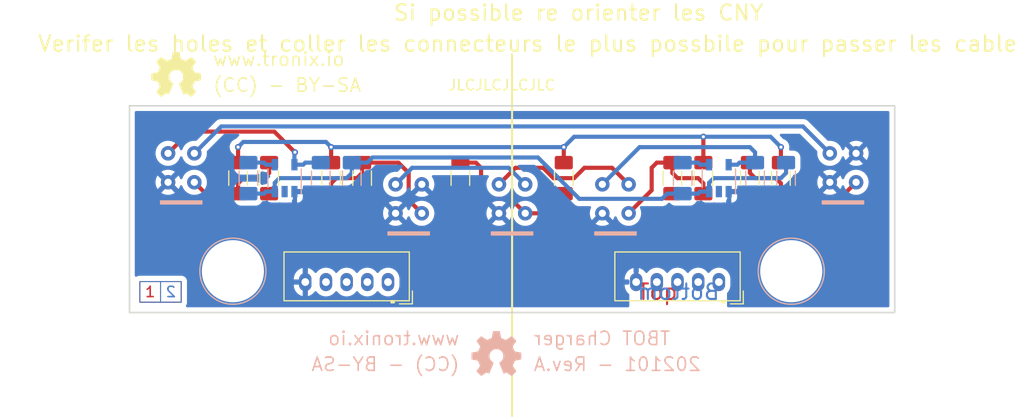
<source format=kicad_pcb>
(kicad_pcb (version 20210126) (generator pcbnew)
  (layers (0 "F.Cu" signal) (31 "B.Cu" signal) (34 "B.Paste" user) (35 "F.Paste" user) (36 "B.SilkS" user "B.Silkscreen") (37 "F.SilkS" user "F.Silkscreen") (38 "B.Mask" user) (39 "F.Mask" user) (44 "Edge.Cuts" user))
  (net 0 "")
  (net 1 "GND")
  (net 2 "Net-(C1-Pad2)")
  (net 3 "+5V")
  (net 4 "Net-(C2-Pad2)")
  (net 5 "VIN")
  (net 6 "LED 1")
  (net 7 "Net-(C5-Pad2)")
  (net 8 "Net-(C6-Pad2)")
  (net 9 "Net-(C7-Pad2)")
  (net 10 "LED 2")
  (net 11 "Net-(IC1-Pad4)")
  (net 12 "Net-(IC3-Pad1)")
  (net 13 "IR ENABLE")
  (net 14 "Net-(IC5-Pad1)")
  (net 15 "Net-(IC6-Pad4)")
  (net 16 "IR 5")
  (net 17 "IR 4")
  (net 18 "IR 3")
  (net 19 "IR 2")
  (net 20 "IR 1")
  (net 21 "Net-(IC2-Pad1)")
  (footprint "tronixALL:CAPACITOR-1206" (layer "F.Cu") (at 119.5 87 -90)
    (fp_text reference "C7" hide)
    (fp_text value "10n")
    (fp_line (start -0.7 -0.9) (end 0.7 -0.9) (layer "F.SilkS") (width 0.12))
    (fp_line (start -0.7 0.9) (end 0.7 0.9) (layer "F.SilkS") (width 0.12))
    (pad "1" smd roundrect (at -1.5 0 270) (size 1.3 1.75) (layers "F.Cu" "F.Paste" "F.Mask") (roundrect_rratio 0.154) (net 3 "+5V"))
    (pad "2" smd roundrect (at 1.5 0 270) (size 1.3 1.75) (layers "F.Cu" "F.Paste" "F.Mask") (roundrect_rratio 0.154) (net 9 "Net-(C7-Pad2)"))
  )
  (footprint "tronixALL:CAPACITOR-1206" (layer "F.Cu") (at 163 87 -90)
    (fp_text reference "C5" hide)
    (fp_text value "10n")
    (fp_line (start -0.7 -0.9) (end 0.7 -0.9) (layer "F.SilkS") (width 0.12))
    (fp_line (start -0.7 0.9) (end 0.7 0.9) (layer "F.SilkS") (width 0.12))
    (pad "1" smd roundrect (at -1.5 0 270) (size 1.3 1.75) (layers "F.Cu" "F.Paste" "F.Mask") (roundrect_rratio 0.154) (net 3 "+5V"))
    (pad "2" smd roundrect (at 1.5 0 270) (size 1.3 1.75) (layers "F.Cu" "F.Paste" "F.Mask") (roundrect_rratio 0.154) (net 7 "Net-(C5-Pad2)"))
  )
  (footprint "tronixALL:CAPACITOR-1206" (layer "F.Cu") (at 110.5 87 -90)
    (fp_text reference "C2" hide)
    (fp_text value "10n")
    (fp_line (start -0.7 0.9) (end 0.7 0.9) (layer "F.SilkS") (width 0.12))
    (fp_line (start -0.7 -0.9) (end 0.7 -0.9) (layer "F.SilkS") (width 0.12))
    (pad "1" smd roundrect (at -1.5 0 270) (size 1.3 1.75) (layers "F.Cu" "F.Paste" "F.Mask") (roundrect_rratio 0.154) (net 3 "+5V"))
    (pad "2" smd roundrect (at 1.5 0 270) (size 1.3 1.75) (layers "F.Cu" "F.Paste" "F.Mask") (roundrect_rratio 0.154) (net 4 "Net-(C2-Pad2)"))
  )
  (footprint "tronixALL:OSHW-5MM" (layer "F.Cu") (at 104.5 77)
    (fp_text reference "G***" hide)
    (fp_text value "LOGO" hide)
    (fp_poly (pts (xy 0.112503 -2.205305) (xy 0.188585 -2.204991) (xy 0.245175 -2.204139) (xy 0.285349 -2.202485) (xy 0.312183 -2.19976) (xy 0.328754 -2.195697) (xy 0.338137 -2.190029) (xy 0.343407 -2.182489) (xy 0.346067 -2.176502) (xy 0.351819 -2.155872) (xy 0.361219 -2.114019) (xy 0.373445 -2.054971) (xy 0.387673 -1.982754) (xy 0.403082 -1.901397) (xy 0.410766 -1.859685) (xy 0.426304 -1.776128) (xy 0.440921 -1.700487) (xy 0.453831 -1.636607) (xy 0.464245 -1.58833) (xy 0.471376 -1.559501) (xy 0.473495 -1.553524) (xy 0.487624 -1.543829) (xy 0.520987 -1.52669) (xy 0.568967 -1.504087) (xy 0.626948 -1.477998) (xy 0.690314 -1.450405) (xy 0.754449 -1.423285) (xy 0.814737 -1.398618) (xy 0.866561 -1.378383) (xy 0.905305 -1.36456) (xy 0.926354 -1.359128) (xy 0.92691 -1.359112) (xy 0.941518 -1.366107) (xy 0.97411 -1.385773) (xy 1.021624 -1.416127) (xy 1.080997 -1.455189) (xy 1.149167 -1.500978) (xy 1.204337 -1.538617) (xy 1.276991 -1.58813) (xy 1.343025 -1.632413) (xy 1.399403 -1.669487) (xy 1.443088 -1.697374) (xy 1.471043 -1.714097) (xy 1.47988 -1.718122) (xy 1.493641 -1.709282) (xy 1.521915 -1.684807) (xy 1.561669 -1.647768) (xy 1.609873 -1.601234) (xy 1.663495 -1.548276) (xy 1.719505 -1.491962) (xy 1.774871 -1.435363) (xy 1.826562 -1.381549) (xy 1.871548 -1.33359) (xy 1.906797 -1.294555) (xy 1.929278 -1.267514) (xy 1.936093 -1.256075) (xy 1.930212 -1.239792) (xy 1.912193 -1.207543) (xy 1.881475 -1.158462) (xy 1.837495 -1.091686) (xy 1.779689 -1.00635) (xy 1.707495 -0.901591) (xy 1.671879 -0.850344) (xy 1.638824 -0.80126) (xy 1.612148 -0.758563) (xy 1.594893 -0.727324) (xy 1.589904 -0.713655) (xy 1.594754 -0.697334) (xy 1.608013 -0.662128) (xy 1.62775 -0.612617) (xy 1.652031 -0.55338) (xy 1.678922 -0.488996) (xy 1.706491 -0.424047) (xy 1.732803 -0.363111) (xy 1.755927 -0.310768) (xy 1.773928 -0.271598) (xy 1.784874 -0.25018) (xy 1.786526 -0.247868) (xy 1.800495 -0.243726) (xy 1.836105 -0.235699) (xy 1.889773 -0.224522) (xy 1.957915 -0.210929) (xy 2.036948 -0.195656) (xy 2.090365 -0.185568) (xy 2.175183 -0.169544) (xy 2.252099 -0.15474) (xy 2.317349 -0.141901) (xy 2.367173 -0.131773) (xy 2.397809 -0.125104) (xy 2.405431 -0.123066) (xy 2.411063 -0.116814) (xy 2.415426 -0.101095) (xy 2.418668 -0.073197) (xy 2.420933 -0.030409) (xy 2.422366 0.02998) (xy 2.423114 0.110684) (xy 2.423321 0.210293) (xy 2.423202 0.310587) (xy 2.422711 0.388201) (xy 2.421649 0.446096) (xy 2.419816 0.487237) (xy 2.417013 0.514584) (xy 2.41304 0.531101) (xy 2.407697 0.53975) (xy 2.400883 0.543466) (xy 2.378661 0.548625) (xy 2.338314 0.556746) (xy 2.286985 0.566415) (xy 2.263049 0.570744) (xy 2.127407 0.595376) (xy 2.016332 0.616479) (xy 1.929018 0.634225) (xy 1.864656 0.64879) (xy 1.82244 0.660347) (xy 1.801562 0.66907) (xy 1.79987 0.670496) (xy 1.791465 0.686078) (xy 1.775685 0.720992) (xy 1.754362 0.770707) (xy 1.729327 0.830694) (xy 1.702414 0.896422) (xy 1.675454 0.96336) (xy 1.650281 1.026979) (xy 1.628726 1.082748) (xy 1.612622 1.126137) (xy 1.603801 1.152615) (xy 1.602692 1.157988) (xy 1.610028 1.172767) (xy 1.63143 1.207108) (xy 1.666036 1.259722) (xy 1.712983 1.329322) (xy 1.771408 1.414621) (xy 1.840447 1.51433) (xy 1.867654 1.553391) (xy 1.897811 1.599113) (xy 1.921185 1.639288) (xy 1.934376 1.667841) (xy 1.936093 1.675677) (xy 1.927103 1.692014) (xy 1.901418 1.723855) (xy 1.860965 1.769075) (xy 1.807672 1.82555) (xy 1.743466 1.891154) (xy 1.71296 1.921664) (xy 1.643302 1.990709) (xy 1.589314 2.043494) (xy 1.548612 2.081971) (xy 1.518813 2.108091) (xy 1.497532 2.123805) (xy 1.482386 2.131066) (xy 1.470991 2.131825) (xy 1.460964 2.128033) (xy 1.460917 2.128008) (xy 1.441892 2.116253) (xy 1.405419 2.09234) (xy 1.355138 2.058707) (xy 1.294686 2.017792) (xy 1.227702 1.972033) (xy 1.210483 1.960205) (xy 1.143557 1.914694) (xy 1.083189 1.874607) (xy 1.032748 1.842104) (xy 0.995605 1.819344) (xy 0.975129 1.808488) (xy 0.972784 1.807875) (xy 0.955044 1.813477) (xy 0.920428 1.82855) (xy 0.874685 1.850498) (xy 0.843591 1.866246) (xy 0.794692 1.890329) (xy 0.754091 1.908142) (xy 0.727189 1.917434) (xy 0.719661 1.917874) (xy 0.71184 1.904564) (xy 0.695873 1.87093) (xy 0.673276 1.820398) (xy 0.645566 1.756397) (xy 0.614262 1.682354) (xy 0.595951 1.638326) (xy 0.555205 1.539832) (xy 0.509885 1.430374) (xy 0.463588 1.318629) (xy 0.419909 1.213275) (xy 0.382617 1.123407) (xy 0.352192 1.049365) (xy 0.325466 0.982847) (xy 0.303922 0.927668) (xy 0.289044 0.887646) (xy 0.282318 0.866596) (xy 0.28208 0.86489) (xy 0.291868 0.850064) (xy 0.317767 0.825757) (xy 0.354572 0.796754) (xy 0.362216 0.791216) (xy 0.47362 0.699405) (xy 0.560778 0.600114) (xy 0.624272 0.492284) (xy 0.664684 0.374854) (xy 0.682594 0.246763) (xy 0.683668 0.205149) (xy 0.672966 0.079705) (xy 0.639876 -0.035509) (xy 0.583362 -0.143051) (xy 0.502387 -0.245478) (xy 0.500128 -0.247901) (xy 0.404266 -0.332655) (xy 0.297367 -0.395917) (xy 0.182586 -0.437559) (xy 0.063074 -0.45745) (xy -0.058015 -0.455461) (xy -0.177529 -0.431461) (xy -0.292317 -0.38532) (xy -0.399224 -0.316909) (xy -0.435557 -0.286461) (xy -0.524789 -0.19034) (xy -0.590858 -0.083248) (xy -0.63358 0.034398) (xy -0.65277 0.162186) (xy -0.653912 0.203806) (xy -0.64477 0.331905) (xy -0.616397 0.446756) (xy -0.567372 0.551025) (xy -0.496276 0.647379) (xy -0.401689 0.738486) (xy -0.345898 0.782346) (xy -0.305473 0.814275) (xy -0.274554 0.84243) (xy -0.257973 0.862253) (xy -0.256436 0.866724) (xy -0.261189 0.882472) (xy -0.274692 0.919019) (xy -0.295811 0.973504) (xy -0.323413 1.043065) (xy -0.356365 1.124837) (xy -0.393532 1.21596) (xy -0.424781 1.291835) (xy -0.466473 1.392714) (xy -0.506757 1.490316) (xy -0.54414 1.581016) (xy -0.57713 1.661187) (xy -0.604234 1.727202) (xy -0.623959 1.775436) (xy -0.631922 1.795053) (xy -0.656173 1.85428) (xy -0.675445 1.89208) (xy -0.695005 1.910535) (xy -0.720119 1.911726) (xy -0.756055 1.897735) (xy -0.80808 1.870643) (xy -0.814523 1.867212) (xy -0.863833 1.841835) (xy -0.905672 1.821875) (xy -0.934272 1.810004) (xy -0.942679 1.807875) (xy -0.957624 1.814831) (xy -0.990452 1.834339) (xy -1.037961 1.864353) (xy -1.096948 1.902829) (xy -1.164211 1.947723) (xy -1.20379 1.974558) (xy -1.273782 2.022017) (xy -1.336742 2.064219) (xy -1.389581 2.099132) (xy -1.429212 2.124728) (xy -1.452547 2.138976) (xy -1.457362 2.141242) (xy -1.468597 2.132572) (xy -1.495354 2.108206) (xy -1.53505 2.070611) (xy -1.585104 2.022252) (xy -1.642932 1.965596) (xy -1.688443 1.920545) (xy -1.754363 1.854061) (xy -1.811428 1.794627) (xy -1.857492 1.744605) (xy -1.890411 1.706358) (xy -1.908038 1.682247) (xy -1.910449 1.676115) (xy -1.903342 1.656709) (xy -1.88402 1.621725) (xy -1.855484 1.576225) (xy -1.822794 1.528185) (xy -1.761853 1.44109) (xy -1.706889 1.361082) (xy -1.659529 1.29063) (xy -1.621397 1.232204) (xy -1.594118 1.188276) (xy -1.579316 1.161316) (xy -1.577082 1.154608) (xy -1.581837 1.136716) (xy -1.594857 1.099854) (xy -1.614275 1.048609) (xy -1.638222 0.987568) (xy -1.664831 0.921316) (xy -1.692235 0.854442) (xy -1.718566 0.791531) (xy -1.741957 0.737171) (xy -1.76054 0.695948) (xy -1.772447 0.672449) (xy -1.774702 0.66925) (xy -1.791569 0.66222) (xy -1.829891 0.651729) (xy -1.885847 0.638647) (xy -1.955617 0.623842) (xy -2.035381 0.608183) (xy -2.07828 0.60022) (xy -2.161621 0.584627) (xy -2.236906 0.569745) (xy -2.300315 0.556391) (xy -2.348033 0.545387) (xy -2.37624 0.537551) (xy -2.381867 0.535051) (xy -2.387099 0.524908) (xy -2.390991 0.502231) (xy -2.393638 0.46456) (xy -2.395134 0.409435) (xy -2.395573 0.334397) (xy -2.39505 0.236985) (xy -2.394689 0.200194) (xy -2.391267 -0.121807) (xy -2.282282 -0.143659) (xy -2.229898 -0.153965) (xy -2.160108 -0.167419) (xy -2.080727 -0.182526) (xy -1.999569 -0.197795) (xy -1.970053 -0.203298) (xy -1.900658 -0.216734) (xy -1.840162 -0.229455) (xy -1.793065 -0.240437) (xy -1.763866 -0.248652) (xy -1.756665 -0.251967) (xy -1.746988 -0.268752) (xy -1.729936 -0.304533) (xy -1.707477 -0.354612) (xy -1.681582 -0.414291) (xy -1.654218 -0.478872) (xy -1.627353 -0.543658) (xy -1.602957 -0.60395) (xy -1.582998 -0.65505) (xy -1.569445 -0.692261) (xy -1.564266 -0.710885) (xy -1.564261 -0.711124) (xy -1.571273 -0.727773) (xy -1.590937 -0.762151) (xy -1.621195 -0.810982) (xy -1.659988 -0.870991) (xy -1.705259 -0.938901) (xy -1.732615 -0.979077) (xy -1.780965 -1.050145) (xy -1.82446 -1.115201) (xy -1.860949 -1.170937) (xy -1.888284 -1.214046) (xy -1.904314 -1.24122) (xy -1.907531 -1.248169) (xy -1.904717 -1.261112) (xy -1.890381 -1.283286) (xy -1.863069 -1.316351) (xy -1.821325 -1.361969) (xy -1.763692 -1.421801) (xy -1.691232 -1.494988) (xy -1.628982 -1.55669) (xy -1.572135 -1.611849) (xy -1.523344 -1.657988) (xy -1.485263 -1.692627) (xy -1.460542 -1.713289) (xy -1.452414 -1.718122) (xy -1.437782 -1.711105) (xy -1.405251 -1.6914) (xy -1.357928 -1.661025) (xy -1.298923 -1.621998) (xy -1.231343 -1.576338) (xy -1.183018 -1.543181) (xy -1.111112 -1.493886) (xy -1.04544 -1.44951) (xy -0.989183 -1.41215) (xy -0.945519 -1.383901) (xy -0.917627 -1.36686) (xy -0.90944 -1.362781) (xy -0.891885 -1.365776) (xy -0.855505 -1.377082) (xy -0.805012 -1.394838) (xy -0.745121 -1.417183) (xy -0.680546 -1.442257) (xy -0.616001 -1.468199) (xy -0.5562 -1.493147) (xy -0.505857 -1.515243) (xy -0.469686 -1.532623) (xy -0.45278 -1.543038) (xy -0.446293 -1.559308) (xy -0.436108 -1.597206) (xy -0.423041 -1.653118) (xy -0.407909 -1.723429) (xy -0.391528 -1.804525) (xy -0.378917 -1.870225) (xy -0.362481 -1.956759) (xy -0.347254 -2.035011) (xy -0.333961 -2.101421) (xy -0.323321 -2.152432) (xy -0.316058 -2.184486) (xy -0.31324 -2.193976) (xy -0.299005 -2.197095) (xy -0.262664 -2.199887) (xy -0.207755 -2.20223) (xy -0.137813 -2.204) (xy -0.056376 -2.205075) (xy 0.013853 -2.205351)) (layer "F.SilkS") (width 0) (fill solid))
  )
  (footprint "tronixALL:RESISTOR-1206" (layer "F.Cu") (at 132 87 -90)
    (fp_text reference "R5" hide)
    (fp_text value "220R")
    (fp_line (start -0.7 0.9) (end 0.7 0.9) (layer "F.SilkS") (width 0.12))
    (fp_line (start -0.7 -0.9) (end 0.7 -0.9) (layer "F.SilkS") (width 0.12))
    (pad "1" smd roundrect (at -1.5 0 270) (size 1.3 1.75) (layers "F.Cu" "F.Paste" "F.Mask") (roundrect_rratio 0.154) (net 8 "Net-(C6-Pad2)"))
    (pad "2" smd roundrect (at 1.5 0 270) (size 1.3 1.75) (layers "F.Cu" "F.Paste" "F.Mask") (roundrect_rratio 0.154) (net 17 "IR 4"))
  )
  (footprint "tronixALL:JST-PH-B5B-K" (layer "F.Cu") (at 157 97.05 180)
    (fp_text reference "K1" hide)
    (fp_text value "JST-PH-B5B-K")
    (fp_line (start -2.36 -2.11) (end -2.36 -0.86) (layer "F.SilkS") (width 0.12))
    (fp_line (start -1.11 -2.11) (end -2.36 -2.11) (layer "F.SilkS") (width 0.12))
    (fp_rect (start -0.6 -1.81) (end -0.3 -2.01) (layer "F.SilkS") (width 0.12) (fill solid))
    (fp_rect (start -2.06 2.91) (end 10.06 -1.81) (layer "F.SilkS") (width 0.12) (fill none))
    (pad "1" thru_hole oval (at 0 0 180) (size 1.2 1.75) (drill 0.75) (layers *.Cu *.Mask) (net 3 "+5V"))
    (pad "2" thru_hole oval (at 2 0 180) (size 1.2 1.75) (drill 0.75) (layers *.Cu *.Mask) (net 18 "IR 3"))
    (pad "3" thru_hole oval (at 4 0 180) (size 1.2 1.75) (drill 0.75) (layers *.Cu *.Mask) (net 17 "IR 4"))
    (pad "4" thru_hole oval (at 6 0 180) (size 1.2 1.75) (drill 0.75) (layers *.Cu *.Mask) (net 16 "IR 5"))
    (pad "5" thru_hole oval (at 8 0 180) (size 1.2 1.75) (drill 0.75) (layers *.Cu *.Mask) (net 1 "GND"))
  )
  (footprint "tronixALL:CAPACITOR-1206" (layer "F.Cu") (at 142 87 -90)
    (fp_text reference "C6" hide)
    (fp_text value "10n")
    (fp_line (start -0.7 -0.9) (end 0.7 -0.9) (layer "F.SilkS") (width 0.12))
    (fp_line (start -0.7 0.9) (end 0.7 0.9) (layer "F.SilkS") (width 0.12))
    (pad "1" smd roundrect (at -1.5 0 270) (size 1.3 1.75) (layers "F.Cu" "F.Paste" "F.Mask") (roundrect_rratio 0.154) (net 3 "+5V"))
    (pad "2" smd roundrect (at 1.5 0 270) (size 1.3 1.75) (layers "F.Cu" "F.Paste" "F.Mask") (roundrect_rratio 0.154) (net 8 "Net-(C6-Pad2)"))
  )
  (footprint "tronixALL:RESISTOR-1206" (layer "F.Cu") (at 152.5 87 -90)
    (fp_text reference "R2" hide)
    (fp_text value "220R")
    (fp_line (start -0.7 0.9) (end 0.7 0.9) (layer "F.SilkS") (width 0.12))
    (fp_line (start -0.7 -0.9) (end 0.7 -0.9) (layer "F.SilkS") (width 0.12))
    (pad "1" smd roundrect (at -1.5 0 270) (size 1.3 1.75) (layers "F.Cu" "F.Paste" "F.Mask") (roundrect_rratio 0.154) (net 2 "Net-(C1-Pad2)"))
    (pad "2" smd roundrect (at 1.5 0 270) (size 1.3 1.75) (layers "F.Cu" "F.Paste" "F.Mask") (roundrect_rratio 0.154) (net 18 "IR 3"))
  )
  (footprint "tronixALL:RESISTOR-1206" (layer "F.Cu") (at 113.5 87 -90)
    (fp_text reference "R3" hide)
    (fp_text value "220R")
    (fp_line (start -0.7 0.9) (end 0.7 0.9) (layer "F.SilkS") (width 0.12))
    (fp_line (start -0.7 -0.9) (end 0.7 -0.9) (layer "F.SilkS") (width 0.12))
    (pad "1" smd roundrect (at -1.5 0 270) (size 1.3 1.75) (layers "F.Cu" "F.Paste" "F.Mask") (roundrect_rratio 0.154) (net 4 "Net-(C2-Pad2)"))
    (pad "2" smd roundrect (at 1.5 0 270) (size 1.3 1.75) (layers "F.Cu" "F.Paste" "F.Mask") (roundrect_rratio 0.154) (net 20 "IR 1"))
  )
  (footprint "tronixALL:CAPACITOR-1206" (layer "F.Cu") (at 155.5 87 -90)
    (fp_text reference "C1" hide)
    (fp_text value "10n")
    (fp_line (start -0.7 0.9) (end 0.7 0.9) (layer "F.SilkS") (width 0.12))
    (fp_line (start -0.7 -0.9) (end 0.7 -0.9) (layer "F.SilkS") (width 0.12))
    (pad "1" smd roundrect (at -1.5 0 270) (size 1.3 1.75) (layers "F.Cu" "F.Paste" "F.Mask") (roundrect_rratio 0.154) (net 3 "+5V"))
    (pad "2" smd roundrect (at 1.5 0 270) (size 1.3 1.75) (layers "F.Cu" "F.Paste" "F.Mask") (roundrect_rratio 0.154) (net 2 "Net-(C1-Pad2)"))
  )
  (footprint "tronixALL:RESISTOR-1206" (layer "F.Cu") (at 122.5 87 -90)
    (fp_text reference "R7" hide)
    (fp_text value "220R")
    (fp_line (start -0.7 -0.9) (end 0.7 -0.9) (layer "F.SilkS") (width 0.12))
    (fp_line (start -0.7 0.9) (end 0.7 0.9) (layer "F.SilkS") (width 0.12))
    (pad "1" smd roundrect (at -1.5 0 270) (size 1.3 1.75) (layers "F.Cu" "F.Paste" "F.Mask") (roundrect_rratio 0.154) (net 9 "Net-(C7-Pad2)"))
    (pad "2" smd roundrect (at 1.5 0 270) (size 1.3 1.75) (layers "F.Cu" "F.Paste" "F.Mask") (roundrect_rratio 0.154) (net 16 "IR 5"))
  )
  (footprint "tronixALL:JST-PH-B5B-K" (layer "F.Cu") (at 125 97.05 180)
    (fp_text reference "K2" hide)
    (fp_text value "JST-PH-B5B-K")
    (fp_line (start -1.11 -2.11) (end -2.36 -2.11) (layer "F.SilkS") (width 0.12))
    (fp_line (start -2.36 -2.11) (end -2.36 -0.86) (layer "F.SilkS") (width 0.12))
    (fp_rect (start -0.6 -1.81) (end -0.3 -2.01) (layer "F.SilkS") (width 0.12) (fill solid))
    (fp_rect (start -2.06 2.91) (end 10.06 -1.81) (layer "F.SilkS") (width 0.12) (fill none))
    (pad "1" thru_hole oval (at 0 0 180) (size 1.2 1.75) (drill 0.75) (layers *.Cu *.Mask) (net 5 "VIN"))
    (pad "2" thru_hole oval (at 2 0 180) (size 1.2 1.75) (drill 0.75) (layers *.Cu *.Mask) (net 13 "IR ENABLE"))
    (pad "3" thru_hole oval (at 4 0 180) (size 1.2 1.75) (drill 0.75) (layers *.Cu *.Mask) (net 19 "IR 2"))
    (pad "4" thru_hole oval (at 6 0 180) (size 1.2 1.75) (drill 0.75) (layers *.Cu *.Mask) (net 20 "IR 1"))
    (pad "5" thru_hole oval (at 8 0 180) (size 1.2 1.75) (drill 0.75) (layers *.Cu *.Mask) (net 1 "GND"))
  )
  (footprint "tronixALL:RESISTOR-1206" (layer "F.Cu") (at 160 87 -90)
    (fp_text reference "R4" hide)
    (fp_text value "220R")
    (fp_line (start -0.7 0.9) (end 0.7 0.9) (layer "F.SilkS") (width 0.12))
    (fp_line (start -0.7 -0.9) (end 0.7 -0.9) (layer "F.SilkS") (width 0.12))
    (pad "1" smd roundrect (at -1.5 0 270) (size 1.3 1.75) (layers "F.Cu" "F.Paste" "F.Mask") (roundrect_rratio 0.154) (net 7 "Net-(C5-Pad2)"))
    (pad "2" smd roundrect (at 1.5 0 270) (size 1.3 1.75) (layers "F.Cu" "F.Paste" "F.Mask") (roundrect_rratio 0.154) (net 19 "IR 2"))
  )
  (footprint "tronixALL:M3-MASK" (layer "B.Cu") (at 164 96 180)
    (fp_text reference "H2" hide)
    (fp_text value "MOUNTING-HOLE-MASK-3MM" hide)
    (fp_circle (center 0 0) (end 3.2 0) (layer "B.SilkS") (width 0.12) (fill none))
    (pad "" np_thru_hole circle (at 0 0 180) (size 3 3) (drill 3) (layers F&B.Cu *.Mask) (clearance 1.5))
  )
  (footprint "tronixALL:SOT-23-5" (layer "B.Cu") (at 115 87 90)
    (fp_text reference "IC1" hide)
    (fp_text value "TPS92612")
    (fp_line (start -0.9 -1.61) (end 0.9 -1.61) (layer "B.SilkS") (width 0.12))
    (fp_line (start 0.9 1.61) (end -1.55 1.61) (layer "B.SilkS") (width 0.12))
    (pad "1" smd rect (at -1.3 0.95 90) (size 1.1 0.6) (layers "B.Cu" "B.Paste" "B.Mask") (net 1 "GND"))
    (pad "2" smd rect (at -1.3 0 90) (size 1.1 0.6) (layers "B.Cu" "B.Paste" "B.Mask") (net 13 "IR ENABLE"))
    (pad "3" smd rect (at -1.3 -0.95 90) (size 1.1 0.6) (layers "B.Cu" "B.Paste" "B.Mask") (net 5 "VIN"))
    (pad "4" smd rect (at 1.3 -0.95 90) (size 1.1 0.6) (layers "B.Cu" "B.Paste" "B.Mask") (net 11 "Net-(IC1-Pad4)"))
    (pad "5" smd rect (at 1.3 0.95 90) (size 1.1 0.6) (layers "B.Cu" "B.Paste" "B.Mask") (net 6 "LED 1"))
  )
  (footprint "tronixALL:VISHAY-CNY70" (layer "B.Cu") (at 169 86 -90)
    (fp_text reference "IC4" hide)
    (fp_text value "CNY70")
    (fp_rect (start 3.2 -2) (end 3.5 2) (layer "B.SilkS") (width 0.12) (fill solid))
    (pad "1" thru_hole circle (at -1.4 -1.27 270) (size 1.4 1.4) (drill 0.7) (layers *.Cu *.Mask) (net 1 "GND"))
    (pad "2" thru_hole circle (at 1.4 -1.27 270) (size 1.4 1.4) (drill 0.7) (layers *.Cu *.Mask) (net 7 "Net-(C5-Pad2)"))
    (pad "3" thru_hole circle (at 1.4 1.27 270) (size 1.4 1.4) (drill 0.7) (layers *.Cu *.Mask) (net 1 "GND"))
    (pad "4" thru_hole circle (at -1.4 1.27 270) (size 1.4 1.4) (drill 0.7) (layers *.Cu *.Mask) (net 12 "Net-(IC3-Pad1)"))
  )
  (footprint "tronixALL:RESISTOR-1206" (layer "B.Cu") (at 111.5 87 -90)
    (fp_text reference "R1" hide)
    (fp_text value "2R7")
    (fp_line (start -0.7 -0.9) (end 0.7 -0.9) (layer "B.SilkS") (width 0.12))
    (fp_line (start -0.7 0.9) (end 0.7 0.9) (layer "B.SilkS") (width 0.12))
    (pad "1" smd roundrect (at -1.5 0 270) (size 1.3 1.75) (layers "B.Cu" "B.Paste" "B.Mask") (roundrect_rratio 0.154) (net 11 "Net-(IC1-Pad4)"))
    (pad "2" smd roundrect (at 1.5 0 270) (size 1.3 1.75) (layers "B.Cu" "B.Paste" "B.Mask") (roundrect_rratio 0.154) (net 5 "VIN"))
  )
  (footprint "tronixALL:CAPACITOR-1206" (layer "B.Cu") (at 160.5 87 -90)
    (fp_text reference "C9" hide)
    (fp_text value "100n")
    (fp_line (start -0.7 0.9) (end 0.7 0.9) (layer "B.SilkS") (width 0.12))
    (fp_line (start -0.7 -0.9) (end 0.7 -0.9) (layer "B.SilkS") (width 0.12))
    (pad "1" smd roundrect (at -1.5 0 270) (size 1.3 1.75) (layers "B.Cu" "B.Paste" "B.Mask") (roundrect_rratio 0.154) (net 10 "LED 2"))
    (pad "2" smd roundrect (at 1.5 0 270) (size 1.3 1.75) (layers "B.Cu" "B.Paste" "B.Mask") (roundrect_rratio 0.154) (net 1 "GND"))
  )
  (footprint "tronixALL:VISHAY-CNY70" (layer "B.Cu") (at 147 89 -90)
    (fp_text reference "IC2" hide)
    (fp_text value "CNY70")
    (fp_rect (start 3.2 -2) (end 3.5 2) (layer "B.SilkS") (width 0.12) (fill solid))
    (pad "1" thru_hole circle (at -1.4 -1.27 270) (size 1.4 1.4) (drill 0.7) (layers *.Cu *.Mask) (net 21 "Net-(IC2-Pad1)"))
    (pad "2" thru_hole circle (at 1.4 -1.27 270) (size 1.4 1.4) (drill 0.7) (layers *.Cu *.Mask) (net 2 "Net-(C1-Pad2)"))
    (pad "3" thru_hole circle (at 1.4 1.27 270) (size 1.4 1.4) (drill 0.7) (layers *.Cu *.Mask) (net 1 "GND"))
    (pad "4" thru_hole circle (at -1.4 1.27 270) (size 1.4 1.4) (drill 0.7) (layers *.Cu *.Mask) (net 10 "LED 2"))
  )
  (footprint "tronixALL:SOT-23-5" (layer "B.Cu") (at 157 87 90)
    (fp_text reference "IC6" hide)
    (fp_text value "TPS92612")
    (fp_line (start -0.9 -1.61) (end 0.9 -1.61) (layer "B.SilkS") (width 0.12))
    (fp_line (start 0.9 1.61) (end -1.55 1.61) (layer "B.SilkS") (width 0.12))
    (pad "1" smd rect (at -1.3 0.95 90) (size 1.1 0.6) (layers "B.Cu" "B.Paste" "B.Mask") (net 1 "GND"))
    (pad "2" smd rect (at -1.3 0 90) (size 1.1 0.6) (layers "B.Cu" "B.Paste" "B.Mask") (net 13 "IR ENABLE"))
    (pad "3" smd rect (at -1.3 -0.95 90) (size 1.1 0.6) (layers "B.Cu" "B.Paste" "B.Mask") (net 5 "VIN"))
    (pad "4" smd rect (at 1.3 -0.95 90) (size 1.1 0.6) (layers "B.Cu" "B.Paste" "B.Mask") (net 15 "Net-(IC6-Pad4)"))
    (pad "5" smd rect (at 1.3 0.95 90) (size 1.1 0.6) (layers "B.Cu" "B.Paste" "B.Mask") (net 10 "LED 2"))
  )
  (footprint "tronixALL:M3-MASK" (layer "B.Cu") (at 110 96 90)
    (fp_text reference "H1" hide)
    (fp_text value "MOUNTING-HOLE-MASK-3MM" hide)
    (fp_circle (center 0 0) (end 3.2 0) (layer "B.SilkS") (width 0.12) (fill none))
    (pad "" np_thru_hole circle (at 0 0 90) (size 3 3) (drill 3) (layers F&B.Cu *.Mask) (clearance 1.5))
  )
  (footprint "tronixALL:CAPACITOR-1206" (layer "B.Cu") (at 163.5 87 -90)
    (fp_text reference "C8" hide)
    (fp_text value "100n")
    (fp_line (start -0.7 -0.9) (end 0.7 -0.9) (layer "B.SilkS") (width 0.12))
    (fp_line (start -0.7 0.9) (end 0.7 0.9) (layer "B.SilkS") (width 0.12))
    (pad "1" smd roundrect (at -1.5 0 270) (size 1.3 1.75) (layers "B.Cu" "B.Paste" "B.Mask") (roundrect_rratio 0.154) (net 5 "VIN"))
    (pad "2" smd roundrect (at 1.5 0 270) (size 1.3 1.75) (layers "B.Cu" "B.Paste" "B.Mask") (roundrect_rratio 0.154) (net 1 "GND"))
  )
  (footprint "tronixALL:CAPACITOR-1206" (layer "B.Cu") (at 121.5 87 -90)
    (fp_text reference "C3" hide)
    (fp_text value "100n")
    (fp_line (start -0.7 0.9) (end 0.7 0.9) (layer "B.SilkS") (width 0.12))
    (fp_line (start -0.7 -0.9) (end 0.7 -0.9) (layer "B.SilkS") (width 0.12))
    (pad "1" smd roundrect (at -1.5 0 270) (size 1.3 1.75) (layers "B.Cu" "B.Paste" "B.Mask") (roundrect_rratio 0.154) (net 5 "VIN"))
    (pad "2" smd roundrect (at 1.5 0 270) (size 1.3 1.75) (layers "B.Cu" "B.Paste" "B.Mask") (roundrect_rratio 0.154) (net 1 "GND"))
  )
  (footprint "tronixALL:VISHAY-CNY70" (layer "B.Cu") (at 127 89 -90)
    (fp_text reference "IC7" hide)
    (fp_text value "CNY70")
    (fp_rect (start 3.2 -2) (end 3.5 2) (layer "B.SilkS") (width 0.12) (fill solid))
    (pad "1" thru_hole circle (at -1.4 -1.27 270) (size 1.4 1.4) (drill 0.7) (layers *.Cu *.Mask) (net 1 "GND"))
    (pad "2" thru_hole circle (at 1.4 -1.27 270) (size 1.4 1.4) (drill 0.7) (layers *.Cu *.Mask) (net 9 "Net-(C7-Pad2)"))
    (pad "3" thru_hole circle (at 1.4 1.27 270) (size 1.4 1.4) (drill 0.7) (layers *.Cu *.Mask) (net 1 "GND"))
    (pad "4" thru_hole circle (at -1.4 1.27 270) (size 1.4 1.4) (drill 0.7) (layers *.Cu *.Mask) (net 14 "Net-(IC5-Pad1)"))
  )
  (footprint "tronixALL:VISHAY-CNY70" (layer "B.Cu") (at 105 86 -90)
    (fp_text reference "IC3" hide)
    (fp_text value "CNY70")
    (fp_rect (start 3.2 -2) (end 3.5 2) (layer "B.SilkS") (width 0.12) (fill solid))
    (pad "1" thru_hole circle (at -1.4 -1.27 270) (size 1.4 1.4) (drill 0.7) (layers *.Cu *.Mask) (net 12 "Net-(IC3-Pad1)"))
    (pad "2" thru_hole circle (at 1.4 -1.27 270) (size 1.4 1.4) (drill 0.7) (layers *.Cu *.Mask) (net 4 "Net-(C2-Pad2)"))
    (pad "3" thru_hole circle (at 1.4 1.27 270) (size 1.4 1.4) (drill 0.7) (layers *.Cu *.Mask) (net 1 "GND"))
    (pad "4" thru_hole circle (at -1.4 1.27 270) (size 1.4 1.4) (drill 0.7) (layers *.Cu *.Mask) (net 6 "LED 1"))
  )
  (footprint "tronixALL:VISHAY-CNY70" (layer "B.Cu") (at 137 89 -90)
    (fp_text reference "IC5" hide)
    (fp_text value "CNY70")
    (fp_rect (start 3.2 -2) (end 3.5 2) (layer "B.SilkS") (width 0.12) (fill solid))
    (pad "1" thru_hole circle (at -1.4 -1.27 270) (size 1.4 1.4) (drill 0.7) (layers *.Cu *.Mask) (net 14 "Net-(IC5-Pad1)"))
    (pad "2" thru_hole circle (at 1.4 -1.27 270) (size 1.4 1.4) (drill 0.7) (layers *.Cu *.Mask) (net 8 "Net-(C6-Pad2)"))
    (pad "3" thru_hole circle (at 1.4 1.27 270) (size 1.4 1.4) (drill 0.7) (layers *.Cu *.Mask) (net 1 "GND"))
    (pad "4" thru_hole circle (at -1.4 1.27 270) (size 1.4 1.4) (drill 0.7) (layers *.Cu *.Mask) (net 21 "Net-(IC2-Pad1)"))
  )
  (footprint "tronixALL:CAPACITOR-1206" (layer "B.Cu") (at 118.5 87 -90)
    (fp_text reference "C4" hide)
    (fp_text value "100n")
    (fp_line (start -0.7 0.9) (end 0.7 0.9) (layer "B.SilkS") (width 0.12))
    (fp_line (start -0.7 -0.9) (end 0.7 -0.9) (layer "B.SilkS") (width 0.12))
    (pad "1" smd roundrect (at -1.5 0 270) (size 1.3 1.75) (layers "B.Cu" "B.Paste" "B.Mask") (roundrect_rratio 0.154) (net 6 "LED 1"))
    (pad "2" smd roundrect (at 1.5 0 270) (size 1.3 1.75) (layers "B.Cu" "B.Paste" "B.Mask") (roundrect_rratio 0.154) (net 1 "GND"))
  )
  (footprint "tronixALL:OSHW-5MM" (layer "B.Cu") (at 135.5 104 180)
    (fp_text reference "G***" hide)
    (fp_text value "LOGO" hide)
    (fp_poly (pts (xy 0.112503 2.205305) (xy 0.188585 2.204991) (xy 0.245175 2.204139) (xy 0.285349 2.202485) (xy 0.312183 2.19976) (xy 0.328754 2.195697) (xy 0.338137 2.190029) (xy 0.343407 2.182489) (xy 0.346067 2.176502) (xy 0.351819 2.155872) (xy 0.361219 2.114019) (xy 0.373445 2.054971) (xy 0.387673 1.982754) (xy 0.403082 1.901397) (xy 0.410766 1.859685) (xy 0.426304 1.776128) (xy 0.440921 1.700487) (xy 0.453831 1.636607) (xy 0.464245 1.58833) (xy 0.471376 1.559501) (xy 0.473495 1.553524) (xy 0.487624 1.543829) (xy 0.520987 1.52669) (xy 0.568967 1.504087) (xy 0.626948 1.477998) (xy 0.690314 1.450405) (xy 0.754449 1.423285) (xy 0.814737 1.398618) (xy 0.866561 1.378383) (xy 0.905305 1.36456) (xy 0.926354 1.359128) (xy 0.92691 1.359112) (xy 0.941518 1.366107) (xy 0.97411 1.385773) (xy 1.021624 1.416127) (xy 1.080997 1.455189) (xy 1.149167 1.500978) (xy 1.204337 1.538617) (xy 1.276991 1.58813) (xy 1.343025 1.632413) (xy 1.399403 1.669487) (xy 1.443088 1.697374) (xy 1.471043 1.714097) (xy 1.47988 1.718122) (xy 1.493641 1.709282) (xy 1.521915 1.684807) (xy 1.561669 1.647768) (xy 1.609873 1.601234) (xy 1.663495 1.548276) (xy 1.719505 1.491962) (xy 1.774871 1.435363) (xy 1.826562 1.381549) (xy 1.871548 1.33359) (xy 1.906797 1.294555) (xy 1.929278 1.267514) (xy 1.936093 1.256075) (xy 1.930212 1.239792) (xy 1.912193 1.207543) (xy 1.881475 1.158462) (xy 1.837495 1.091686) (xy 1.779689 1.00635) (xy 1.707495 0.901591) (xy 1.671879 0.850344) (xy 1.638824 0.80126) (xy 1.612148 0.758563) (xy 1.594893 0.727324) (xy 1.589904 0.713655) (xy 1.594754 0.697334) (xy 1.608013 0.662128) (xy 1.62775 0.612617) (xy 1.652031 0.55338) (xy 1.678922 0.488996) (xy 1.706491 0.424047) (xy 1.732803 0.363111) (xy 1.755927 0.310768) (xy 1.773928 0.271598) (xy 1.784874 0.25018) (xy 1.786526 0.247868) (xy 1.800495 0.243726) (xy 1.836105 0.235699) (xy 1.889773 0.224522) (xy 1.957915 0.210929) (xy 2.036948 0.195656) (xy 2.090365 0.185568) (xy 2.175183 0.169544) (xy 2.252099 0.15474) (xy 2.317349 0.141901) (xy 2.367173 0.131773) (xy 2.397809 0.125104) (xy 2.405431 0.123066) (xy 2.411063 0.116814) (xy 2.415426 0.101095) (xy 2.418668 0.073197) (xy 2.420933 0.030409) (xy 2.422366 -0.02998) (xy 2.423114 -0.110684) (xy 2.423321 -0.210293) (xy 2.423202 -0.310587) (xy 2.422711 -0.388201) (xy 2.421649 -0.446096) (xy 2.419816 -0.487237) (xy 2.417013 -0.514584) (xy 2.41304 -0.531101) (xy 2.407697 -0.53975) (xy 2.400883 -0.543466) (xy 2.378661 -0.548625) (xy 2.338314 -0.556746) (xy 2.286985 -0.566415) (xy 2.263049 -0.570744) (xy 2.127407 -0.595376) (xy 2.016332 -0.616479) (xy 1.929018 -0.634225) (xy 1.864656 -0.64879) (xy 1.82244 -0.660347) (xy 1.801562 -0.66907) (xy 1.79987 -0.670496) (xy 1.791465 -0.686078) (xy 1.775685 -0.720992) (xy 1.754362 -0.770707) (xy 1.729327 -0.830694) (xy 1.702414 -0.896422) (xy 1.675454 -0.96336) (xy 1.650281 -1.026979) (xy 1.628726 -1.082748) (xy 1.612622 -1.126137) (xy 1.603801 -1.152615) (xy 1.602692 -1.157988) (xy 1.610028 -1.172767) (xy 1.63143 -1.207108) (xy 1.666036 -1.259722) (xy 1.712983 -1.329322) (xy 1.771408 -1.414621) (xy 1.840447 -1.51433) (xy 1.867654 -1.553391) (xy 1.897811 -1.599113) (xy 1.921185 -1.639288) (xy 1.934376 -1.667841) (xy 1.936093 -1.675677) (xy 1.927103 -1.692014) (xy 1.901418 -1.723855) (xy 1.860965 -1.769075) (xy 1.807672 -1.82555) (xy 1.743466 -1.891154) (xy 1.71296 -1.921664) (xy 1.643302 -1.990709) (xy 1.589314 -2.043494) (xy 1.548612 -2.081971) (xy 1.518813 -2.108091) (xy 1.497532 -2.123805) (xy 1.482386 -2.131066) (xy 1.470991 -2.131825) (xy 1.460964 -2.128033) (xy 1.460917 -2.128008) (xy 1.441892 -2.116253) (xy 1.405419 -2.09234) (xy 1.355138 -2.058707) (xy 1.294686 -2.017792) (xy 1.227702 -1.972033) (xy 1.210483 -1.960205) (xy 1.143557 -1.914694) (xy 1.083189 -1.874607) (xy 1.032748 -1.842104) (xy 0.995605 -1.819344) (xy 0.975129 -1.808488) (xy 0.972784 -1.807875) (xy 0.955044 -1.813477) (xy 0.920428 -1.82855) (xy 0.874685 -1.850498) (xy 0.843591 -1.866246) (xy 0.794692 -1.890329) (xy 0.754091 -1.908142) (xy 0.727189 -1.917434) (xy 0.719661 -1.917874) (xy 0.71184 -1.904564) (xy 0.695873 -1.87093) (xy 0.673276 -1.820398) (xy 0.645566 -1.756397) (xy 0.614262 -1.682354) (xy 0.595951 -1.638326) (xy 0.555205 -1.539832) (xy 0.509885 -1.430374) (xy 0.463588 -1.318629) (xy 0.419909 -1.213275) (xy 0.382617 -1.123407) (xy 0.352192 -1.049365) (xy 0.325466 -0.982847) (xy 0.303922 -0.927668) (xy 0.289044 -0.887646) (xy 0.282318 -0.866596) (xy 0.28208 -0.86489) (xy 0.291868 -0.850064) (xy 0.317767 -0.825757) (xy 0.354572 -0.796754) (xy 0.362216 -0.791216) (xy 0.47362 -0.699405) (xy 0.560778 -0.600114) (xy 0.624272 -0.492284) (xy 0.664684 -0.374854) (xy 0.682594 -0.246763) (xy 0.683668 -0.205149) (xy 0.672966 -0.079705) (xy 0.639876 0.035509) (xy 0.583362 0.143051) (xy 0.502387 0.245478) (xy 0.500128 0.247901) (xy 0.404266 0.332655) (xy 0.297367 0.395917) (xy 0.182586 0.437559) (xy 0.063074 0.45745) (xy -0.058015 0.455461) (xy -0.177529 0.431461) (xy -0.292317 0.38532) (xy -0.399224 0.316909) (xy -0.435557 0.286461) (xy -0.524789 0.19034) (xy -0.590858 0.083248) (xy -0.63358 -0.034398) (xy -0.65277 -0.162186) (xy -0.653912 -0.203806) (xy -0.64477 -0.331905) (xy -0.616397 -0.446756) (xy -0.567372 -0.551025) (xy -0.496276 -0.647379) (xy -0.401689 -0.738486) (xy -0.345898 -0.782346) (xy -0.305473 -0.814275) (xy -0.274554 -0.84243) (xy -0.257973 -0.862253) (xy -0.256436 -0.866724) (xy -0.261189 -0.882472) (xy -0.274692 -0.919019) (xy -0.295811 -0.973504) (xy -0.323413 -1.043065) (xy -0.356365 -1.124837) (xy -0.393532 -1.21596) (xy -0.424781 -1.291835) (xy -0.466473 -1.392714) (xy -0.506757 -1.490316) (xy -0.54414 -1.581016) (xy -0.57713 -1.661187) (xy -0.604234 -1.727202) (xy -0.623959 -1.775436) (xy -0.631922 -1.795053) (xy -0.656173 -1.85428) (xy -0.675445 -1.89208) (xy -0.695005 -1.910535) (xy -0.720119 -1.911726) (xy -0.756055 -1.897735) (xy -0.80808 -1.870643) (xy -0.814523 -1.867212) (xy -0.863833 -1.841835) (xy -0.905672 -1.821875) (xy -0.934272 -1.810004) (xy -0.942679 -1.807875) (xy -0.957624 -1.814831) (xy -0.990452 -1.834339) (xy -1.037961 -1.864353) (xy -1.096948 -1.902829) (xy -1.164211 -1.947723) (xy -1.20379 -1.974558) (xy -1.273782 -2.022017) (xy -1.336742 -2.064219) (xy -1.389581 -2.099132) (xy -1.429212 -2.124728) (xy -1.452547 -2.138976) (xy -1.457362 -2.141242) (xy -1.468597 -2.132572) (xy -1.495354 -2.108206) (xy -1.53505 -2.070611) (xy -1.585104 -2.022252) (xy -1.642932 -1.965596) (xy -1.688443 -1.920545) (xy -1.754363 -1.854061) (xy -1.811428 -1.794627) (xy -1.857492 -1.744605) (xy -1.890411 -1.706358) (xy -1.908038 -1.682247) (xy -1.910449 -1.676115) (xy -1.903342 -1.656709) (xy -1.88402 -1.621725) (xy -1.855484 -1.576225) (xy -1.822794 -1.528185) (xy -1.761853 -1.44109) (xy -1.706889 -1.361082) (xy -1.659529 -1.29063) (xy -1.621397 -1.232204) (xy -1.594118 -1.188276) (xy -1.579316 -1.161316) (xy -1.577082 -1.154608) (xy -1.581837 -1.136716) (xy -1.594857 -1.099854) (xy -1.614275 -1.048609) (xy -1.638222 -0.987568) (xy -1.664831 -0.921316) (xy -1.692235 -0.854442) (xy -1.718566 -0.791531) (xy -1.741957 -0.737171) (xy -1.76054 -0.695948) (xy -1.772447 -0.672449) (xy -1.774702 -0.66925) (xy -1.791569 -0.66222) (xy -1.829891 -0.651729) (xy -1.885847 -0.638647) (xy -1.955617 -0.623842) (xy -2.035381 -0.608183) (xy -2.07828 -0.60022) (xy -2.161621 -0.584627) (xy -2.236906 -0.569745) (xy -2.300315 -0.556391) (xy -2.348033 -0.545387) (xy -2.37624 -0.537551) (xy -2.381867 -0.535051) (xy -2.387099 -0.524908) (xy -2.390991 -0.502231) (xy -2.393638 -0.46456) (xy -2.395134 -0.409435) (xy -2.395573 -0.334397) (xy -2.39505 -0.236985) (xy -2.394689 -0.200194) (xy -2.391267 0.121807) (xy -2.282282 0.143659) (xy -2.229898 0.153965) (xy -2.160108 0.167419) (xy -2.080727 0.182526) (xy -1.999569 0.197795) (xy -1.970053 0.203298) (xy -1.900658 0.216734) (xy -1.840162 0.229455) (xy -1.793065 0.240437) (xy -1.763866 0.248652) (xy -1.756665 0.251967) (xy -1.746988 0.268752) (xy -1.729936 0.304533) (xy -1.707477 0.354612) (xy -1.681582 0.414291) (xy -1.654218 0.478872) (xy -1.627353 0.543658) (xy -1.602957 0.60395) (xy -1.582998 0.65505) (xy -1.569445 0.692261) (xy -1.564266 0.710885) (xy -1.564261 0.711124) (xy -1.571273 0.727773) (xy -1.590937 0.762151) (xy -1.621195 0.810982) (xy -1.659988 0.870991) (xy -1.705259 0.938901) (xy -1.732615 0.979077) (xy -1.780965 1.050145) (xy -1.82446 1.115201) (xy -1.860949 1.170937) (xy -1.888284 1.214046) (xy -1.904314 1.24122) (xy -1.907531 1.248169) (xy -1.904717 1.261112) (xy -1.890381 1.283286) (xy -1.863069 1.316351) (xy -1.821325 1.361969) (xy -1.763692 1.421801) (xy -1.691232 1.494988) (xy -1.628982 1.55669) (xy -1.572135 1.611849) (xy -1.523344 1.657988) (xy -1.485263 1.692627) (xy -1.460542 1.713289) (xy -1.452414 1.718122) (xy -1.437782 1.711105) (xy -1.405251 1.6914) (xy -1.357928 1.661025) (xy -1.298923 1.621998) (xy -1.231343 1.576338) (xy -1.183018 1.543181) (xy -1.111112 1.493886) (xy -1.04544 1.44951) (xy -0.989183 1.41215) (xy -0.945519 1.383901) (xy -0.917627 1.36686) (xy -0.90944 1.362781) (xy -0.891885 1.365776) (xy -0.855505 1.377082) (xy -0.805012 1.394838) (xy -0.745121 1.417183) (xy -0.680546 1.442257) (xy -0.616001 1.468199) (xy -0.5562 1.493147) (xy -0.505857 1.515243) (xy -0.469686 1.532623) (xy -0.45278 1.543038) (xy -0.446293 1.559308) (xy -0.436108 1.597206) (xy -0.423041 1.653118) (xy -0.407909 1.723429) (xy -0.391528 1.804525) (xy -0.378917 1.870225) (xy -0.362481 1.956759) (xy -0.347254 2.035011) (xy -0.333961 2.101421) (xy -0.323321 2.152432) (xy -0.316058 2.184486) (xy -0.31324 2.193976) (xy -0.299005 2.197095) (xy -0.262664 2.199887) (xy -0.207755 2.20223) (xy -0.137813 2.204) (xy -0.056376 2.205075) (xy 0.013853 2.205351)) (layer "B.SilkS") (width 0) (fill solid))
  )
  (footprint "tronixALL:RESISTOR-1206" (layer "B.Cu") (at 153.5 87 -90)
    (fp_text reference "R6" hide)
    (fp_text value "1R5")
    (fp_line (start -0.7 -0.9) (end 0.7 -0.9) (layer "B.SilkS") (width 0.12))
    (fp_line (start -0.7 0.9) (end 0.7 0.9) (layer "B.SilkS") (width 0.12))
    (pad "1" smd roundrect (at -1.5 0 270) (size 1.3 1.75) (layers "B.Cu" "B.Paste" "B.Mask") (roundrect_rratio 0.154) (net 15 "Net-(IC6-Pad4)"))
    (pad "2" smd roundrect (at 1.5 0 270) (size 1.3 1.75) (layers "B.Cu" "B.Paste" "B.Mask") (roundrect_rratio 0.154) (net 5 "VIN"))
  )
  (gr_rect (start 101 99) (end 105 97) (layer "F.Cu") (width 0.1) (fill none))
  (gr_line (start 103 99) (end 103 97) (layer "F.Cu") (width 0.1))
  (gr_line (start 103 99) (end 103 97) (layer "B.Cu") (width 0.1))
  (gr_rect (start 101 99) (end 105 97) (layer "B.Cu") (width 0.1) (fill none))
  (gr_line (start 137 75) (end 137 110) (layer "F.SilkS") (width 0.2))
  (gr_rect (start 100 100) (end 174 80) (layer "Edge.Cuts") (width 0.15) (fill none))
  (gr_text "Top" (at 149 98) (layer "F.Cu") (effects (font (size 1.5 1.5) (thickness 0.2)) (justify left)))
  (gr_text "1" (at 102 98) (layer "F.Cu") (effects (font (size 1 1))))
  (gr_text "2" (at 104 98) (layer "B.Cu") (effects (font (size 1 1)) (justify mirror)))
  (gr_text "Bottom" (at 149 98) (layer "B.Cu") (effects (font (size 1.5 1.5) (thickness 0.2)) (justify right mirror)))
  (gr_text "(CC) - BY-SA" (at 132 105) (layer "B.SilkS") (effects (font (size 1.3 1.3)) (justify left mirror)))
  (gr_text "202101 - Rev.A" (at 139 105) (layer "B.SilkS") (effects (font (size 1.3 1.3)) (justify right mirror)))
  (gr_text "TBOT Charger" (at 139 102.5) (layer "B.SilkS") (effects (font (size 1.3 1.3)) (justify right mirror)))
  (gr_text "www.tronix.io" (at 132 102.5) (layer "B.SilkS") (effects (font (size 1.3 1.3)) (justify left mirror)))
  (gr_text "Si possible re orienter les CNY " (at 144 71) (layer "F.SilkS") (effects (font (size 1.5 1.5) (thickness 0.2))))
  (gr_text "JLCJLCJLCJLC" (at 136 78) (layer "F.SilkS") (effects (font (size 1 1))))
  (gr_text "Verifer les holes et coller les connecteurs le plus possbile pour passer les cable\n" (at 138.5 74) (layer "F.SilkS") (effects (font (size 1.5 1.5) (thickness 0.2))))
  (gr_text "www.tronix.io" (at 108 75.5) (layer "F.SilkS") (effects (font (size 1.3 1.3)) (justify left)))
  (gr_text "(CC) - BY-SA" (at 108 78) (layer "F.SilkS") (effects (font (size 1.3 1.3)) (justify left)))
  (segment (start 152.5 85.5) (end 152.5 86.5) (width 0.4) (layer "F.Cu") (net 2))
  (segment (start 150.5 86) (end 151 85.5) (width 0.4) (layer "F.Cu") (net 2))
  (segment (start 152.5 86.5) (end 153 87) (width 0.4) (layer "F.Cu") (net 2))
  (segment (start 151 85.5) (end 152.5 85.5) (width 0.4) (layer "F.Cu") (net 2))
  (segment (start 150.5 88.17) (end 150.5 86) (width 0.4) (layer "F.Cu") (net 2))
  (segment (start 153 87) (end 155 87) (width 0.4) (layer "F.Cu") (net 2))
  (segment (start 148.27 90.4) (end 150.5 88.17) (width 0.4) (layer "F.Cu") (net 2))
  (segment (start 155 87) (end 155.5 87.5) (width 0.4) (layer "F.Cu") (net 2))
  (segment (start 155.5 87.5) (end 155.5 88.5) (width 0.4) (layer "F.Cu") (net 2))
  (segment (start 163 85.5) (end 163 84) (width 0.4) (layer "F.Cu") (net 3))
  (segment (start 155.5 85.5) (end 155.5 83) (width 0.4) (layer "F.Cu") (net 3))
  (segment (start 119.5 85.5) (end 119.5 84) (width 0.4) (layer "F.Cu") (net 3))
  (segment (start 110.5 85.5) (end 110.5 84) (width 0.4) (layer "F.Cu") (net 3))
  (segment (start 142 85.5) (end 142 84) (width 0.4) (layer "F.Cu") (net 3))
  (via (at 142 84) (size 0.6) (drill 0.3) (layers "F.Cu" "B.Cu") (net 3))
  (via (at 110.5 84) (size 0.6) (drill 0.3) (layers "F.Cu" "B.Cu") (net 3))
  (via (at 155.5 83) (size 0.6) (drill 0.3) (layers "F.Cu" "B.Cu") (net 3))
  (via (at 163 84) (size 0.6) (drill 0.3) (layers "F.Cu" "B.Cu") (net 3))
  (via (at 119.5 84) (size 0.6) (drill 0.3) (layers "F.Cu" "B.Cu") (net 3))
  (segment (start 143 83) (end 142 84) (width 0.4) (layer "B.Cu") (net 3))
  (segment (start 119.5 84) (end 142 84) (width 0.4) (layer "B.Cu") (net 3))
  (segment (start 111 83.5) (end 119 83.5) (width 0.4) (layer "B.Cu") (net 3))
  (segment (start 155.5 83) (end 162 83) (width 0.4) (layer "B.Cu") (net 3))
  (segment (start 119 83.5) (end 119.5 84) (width 0.4) (layer "B.Cu") (net 3))
  (segment (start 110.5 84) (end 111 83.5) (width 0.4) (layer "B.Cu") (net 3))
  (segment (start 155.5 83) (end 143 83) (width 0.4) (layer "B.Cu") (net 3))
  (segment (start 162 83) (end 163 84) (width 0.4) (layer "B.Cu") (net 3))
  (segment (start 110.5 87.5) (end 111 87) (width 0.4) (layer "F.Cu") (net 4))
  (segment (start 107.37 88.5) (end 110.5 88.5) (width 0.4) (layer "F.Cu") (net 4))
  (segment (start 111 87) (end 113 87) (width 0.4) (layer "F.Cu") (net 4))
  (segment (start 106.27 87.4) (end 107.37 88.5) (width 0.4) (layer "F.Cu") (net 4))
  (segment (start 110.5 88.5) (end 110.5 87.5) (width 0.4) (layer "F.Cu") (net 4))
  (segment (start 113 87) (end 113.5 86.5) (width 0.4) (layer "F.Cu") (net 4))
  (segment (start 113.5 86.5) (end 113.5 85.5) (width 0.4) (layer "F.Cu") (net 4))
  (segment (start 163 87) (end 163.5 86.5) (width 0.4) (layer "B.Cu") (net 5))
  (segment (start 155.2 88.3) (end 155 88.5) (width 0.4) (layer "B.Cu") (net 5))
  (segment (start 156.05 87.45) (end 156.5 87) (width 0.4) (layer "B.Cu") (net 5))
  (segment (start 123.5 85) (end 123 85.5) (width 0.4) (layer "B.Cu") (net 5))
  (segment (start 113.2 88.3) (end 113 88.5) (width 0.4) (layer "B.Cu") (net 5))
  (segment (start 121.5 86.5) (end 121.5 85.5) (width 0.4) (layer "B.Cu") (net 5))
  (segment (start 153.5 88.5) (end 155 88.5) (width 0.4) (layer "B.Cu") (net 5))
  (segment (start 113 88.5) (end 111.5 88.5) (width 0.4) (layer "B.Cu") (net 5))
  (segment (start 153.5 88.5) (end 152 88.5) (width 0.4) (layer "B.Cu") (net 5))
  (segment (start 151.5 89) (end 143.5 89) (width 0.4) (layer "B.Cu") (net 5))
  (segment (start 139.5 85) (end 123.5 85) (width 0.4) (layer "B.Cu") (net 5))
  (segment (start 156.05 88.3) (end 155.2 88.3) (width 0.4) (layer "B.Cu") (net 5))
  (segment (start 121 87) (end 121.5 86.5) (width 0.4) (layer "B.Cu") (net 5))
  (segment (start 123 85.5) (end 121.5 85.5) (width 0.4) (layer "B.Cu") (net 5))
  (segment (start 114.5 87) (end 121 87) (width 0.4) (layer "B.Cu") (net 5))
  (segment (start 156.05 88.3) (end 156.05 87.45) (width 0.4) (layer "B.Cu") (net 5))
  (segment (start 114.05 88.3) (end 113.2 88.3) (width 0.4) (layer "B.Cu") (net 5))
  (segment (start 114.05 87.45) (end 114.5 87) (width 0.4) (layer "B.Cu") (net 5))
  (segment (start 114.05 88.3) (end 114.05 87.45) (width 0.4) (layer "B.Cu") (net 5))
  (segment (start 163.5 86.5) (end 163.5 85.5) (width 0.4) (layer "B.Cu") (net 5))
  (segment (start 143.5 89) (end 139.5 85) (width 0.4) (layer "B.Cu") (net 5))
  (segment (start 152 88.5) (end 151.5 89) (width 0.4) (layer "B.Cu") (net 5))
  (segment (start 156.5 87) (end 163 87) (width 0.4) (layer "B.Cu") (net 5))
  (segment (start 105.83 82.5) (end 114 82.5) (width 0.4) (layer "F.Cu") (net 6))
  (segment (start 114 82.5) (end 116 84.5) (width 0.4) (layer "F.Cu") (net 6))
  (segment (start 103.73 84.6) (end 105.83 82.5) (width 0.4) (layer "F.Cu") (net 6))
  (via (at 116 84.5) (size 0.6) (drill 0.3) (layers "F.Cu" "B.Cu") (net 6))
  (segment (start 115.95 84.55) (end 116 84.5) (width 0.4) (layer "B.Cu") (net 6))
  (segment (start 115.95 85.7) (end 116.8 85.7) (width 0.4) (layer "B.Cu") (net 6))
  (segment (start 115.95 85.7) (end 115.95 84.55) (width 0.4) (layer "B.Cu") (net 6))
  (segment (start 117 85.5) (end 118.5 85.5) (width 0.4) (layer "B.Cu") (net 6))
  (segment (start 116.8 85.7) (end 117 85.5) (width 0.4) (layer "B.Cu") (net 6))
  (segment (start 160 85.5) (end 161 85.5) (width 0.4) (layer "F.Cu") (net 7))
  (segment (start 170.27 87.4) (end 168.17 89.5) (width 0.4) (layer "F.Cu") (net 7))
  (segment (start 165.5 89.5) (end 164.5 88.5) (width 0.4) (layer "F.Cu") (net 7))
  (segment (start 163 87.5) (end 163 88.5) (width 0.4) (layer "F.Cu") (net 7))
  (segment (start 160.5 87) (end 162.5 87) (width 0.4) (layer "F.Cu") (net 7))
  (segment (start 168.17 89.5) (end 165.5 89.5) (width 0.4) (layer "F.Cu") (net 7))
  (segment (start 160 86.5) (end 160.5 87) (width 0.4) (layer "F.Cu") (net 7))
  (segment (start 160 86.5) (end 160 85.5) (width 0.4) (layer "F.Cu") (net 7))
  (segment (start 164.5 88.5) (end 163 88.5) (width 0.4) (layer "F.Cu") (net 7))
  (segment (start 162.5 87) (end 163 87.5) (width 0.4) (layer "F.Cu") (net 7))
  (segment (start 134 86) (end 134 88.5) (width 0.4) (layer "F.Cu") (net 8))
  (segment (start 134 88.5) (end 134.5 89) (width 0.4) (layer "F.Cu") (net 8))
  (segment (start 142 89.5) (end 142 88.5) (width 0.4) (layer "F.Cu") (net 8))
  (segment (start 136.87 89) (end 138.27 90.4) (width 0.4) (layer "F.Cu") (net 8))
  (segment (start 134.5 89) (end 136.87 89) (width 0.4) (layer "F.Cu") (net 8))
  (segment (start 138.27 90.4) (end 141.1 90.4) (width 0.4) (layer "F.Cu") (net 8))
  (segment (start 132 85.5) (end 133.5 85.5) (width 0.4) (layer "F.Cu") (net 8))
  (segment (start 141.1 90.4) (end 142 89.5) (width 0.4) (layer "F.Cu") (net 8))
  (segment (start 133.5 85.5) (end 134 86) (width 0.4) (layer "F.Cu") (net 8))
  (segment (start 127 89.13) (end 127 86.5) (width 0.4) (layer "F.Cu") (net 9))
  (segment (start 122 87) (end 122.5 86.5) (width 0.4) (layer "F.Cu") (net 9))
  (segment (start 128.27 90.4) (end 127 89.13) (width 0.4) (layer "F.Cu") (net 9))
  (segment (start 119.5 88.5) (end 119.5 87.5) (width 0.4) (layer "F.Cu") (net 9))
  (segment (start 122.5 86.5) (end 122.5 85.5) (width 0.4) (layer "F.Cu") (net 9))
  (segment (start 126 85.5) (end 122.5 85.5) (width 0.4) (layer "F.Cu") (net 9))
  (segment (start 119.5 87.5) (end 120 87) (width 0.4) (layer "F.Cu") (net 9))
  (segment (start 120 87) (end 122 87) (width 0.4) (layer "F.Cu") (net 9))
  (segment (start 127 86.5) (end 126 85.5) (width 0.4) (layer "F.Cu") (net 9))
  (segment (start 160 84) (end 160.5 84.5) (width 0.4) (layer "B.Cu") (net 10))
  (segment (start 159 85.5) (end 160.5 85.5) (width 0.4) (layer "B.Cu") (net 10))
  (segment (start 149.33 84) (end 160 84) (width 0.4) (layer "B.Cu") (net 10))
  (segment (start 160.5 84.5) (end 160.5 85.5) (width 0.4) (layer "B.Cu") (net 10))
  (segment (start 157.95 85.7) (end 158.8 85.7) (width 0.4) (layer "B.Cu") (net 10))
  (segment (start 158.8 85.7) (end 159 85.5) (width 0.4) (layer "B.Cu") (net 10))
  (segment (start 145.73 87.6) (end 149.33 84) (width 0.4) (layer "B.Cu") (net 10))
  (segment (start 113.2 85.7) (end 113 85.5) (width 0.4) (layer "B.Cu") (net 11))
  (segment (start 114.05 85.7) (end 113.2 85.7) (width 0.4) (layer "B.Cu") (net 11))
  (segment (start 113 85.5) (end 111.5 85.5) (width 0.4) (layer "B.Cu") (net 11))
  (segment (start 165.13 82) (end 167.73 84.6) (width 0.4) (layer "B.Cu") (net 12))
  (segment (start 106.27 84.6) (end 108.87 82) (width 0.4) (layer "B.Cu") (net 12))
  (segment (start 108.87 82) (end 165.13 82) (width 0.4) (layer "B.Cu") (net 12))
  (segment (start 127.33 86) (end 136.67 86) (width 0.4) (layer "B.Cu") (net 14))
  (segment (start 136.67 86) (end 138.27 87.6) (width 0.4) (layer "B.Cu") (net 14))
  (segment (start 125.73 87.6) (end 127.33 86) (width 0.4) (layer "B.Cu") (net 14))
  (segment (start 156.05 85.7) (end 155.2 85.7) (width 0.4) (layer "B.Cu") (net 15))
  (segment (start 155.2 85.7) (end 155 85.5) (width 0.4) (layer "B.Cu") (net 15))
  (segment (start 155 85.5) (end 153.5 85.5) (width 0.4) (layer "B.Cu") (net 15))
  (segment (start 146.67 86) (end 144 86) (width 0.4) (layer "F.Cu") (net 21))
  (segment (start 148.27 87.6) (end 146.67 86) (width 0.4) (layer "F.Cu") (net 21))
  (segment (start 137.33 86) (end 140 86) (width 0.4) (layer "F.Cu") (net 21))
  (segment (start 144 86) (end 143 87) (width 0.4) (layer "F.Cu") (net 21))
  (segment (start 140 86) (end 141 87) (width 0.4) (layer "F.Cu") (net 21))
  (segment (start 135.73 87.6) (end 137.33 86) (width 0.4) (layer "F.Cu") (net 21))
  (segment (start 143 87) (end 141 87) (width 0.4) (layer "F.Cu") (net 21))
  (zone (net 1) (net_name "GND") (layer "B.Cu") (connect_pads (clearance 0.508)) (min_thickness 0.254) (fill yes (thermal_gap 0.508) (thermal_bridge_width 0.508))
    (polygon (pts (xy 174 100) (xy 100 100) (xy 100 80) (xy 174 80)))
  )
)
</source>
